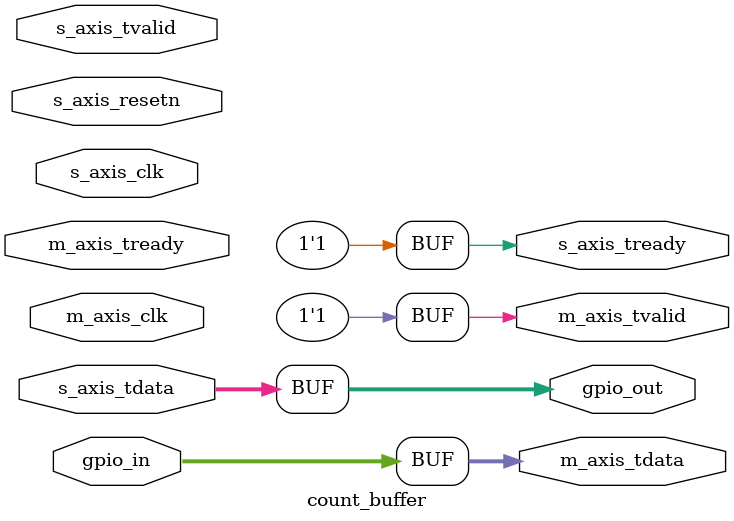
<source format=v>
`timescale 1ns / 1ps


module count_buffer(

    input wire [31:0] gpio_in,
    output wire [31:0] gpio_out,
    
    input wire s_axis_clk,
    input wire s_axis_resetn,
    input wire m_axis_clk,
    
    (* dont_touch = "true" *)output wire s_axis_tready,
    (* dont_touch = "true" *)input wire [31:0] s_axis_tdata,
    (* dont_touch = "true" *)input wire s_axis_tvalid,
    
    
    (* dont_touch = "true" *)input wire m_axis_tready,
    (* dont_touch = "true" *)output wire m_axis_tvalid,
    (* dont_touch = "true" *)output wire [31:0] m_axis_tdata
    );
    
    
    assign m_axis_tdata = gpio_in;
    assign m_axis_tvalid = 1'b1;
    assign s_axis_tready = 1'b1;
    assign gpio_out = s_axis_tdata; 
    
endmodule

</source>
